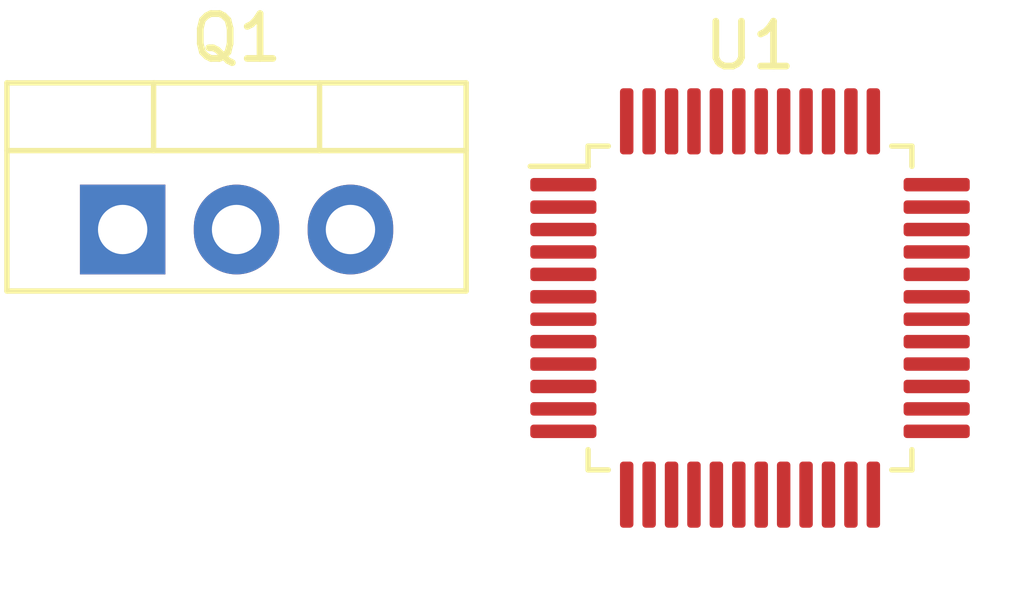
<source format=kicad_pcb>
(kicad_pcb (version 20171130) (host pcbnew 5.1.2-f72e74a~84~ubuntu18.04.1)

  (general
    (thickness 1.6)
    (drawings 0)
    (tracks 0)
    (zones 0)
    (modules 2)
    (nets 52)
  )

  (page A4)
  (layers
    (0 F.Cu signal)
    (31 B.Cu signal)
    (32 B.Adhes user)
    (33 F.Adhes user)
    (34 B.Paste user)
    (35 F.Paste user)
    (36 B.SilkS user)
    (37 F.SilkS user)
    (38 B.Mask user)
    (39 F.Mask user)
    (40 Dwgs.User user)
    (41 Cmts.User user)
    (42 Eco1.User user)
    (43 Eco2.User user)
    (44 Edge.Cuts user)
    (45 Margin user)
    (46 B.CrtYd user)
    (47 F.CrtYd user)
    (48 B.Fab user)
    (49 F.Fab user)
  )

  (setup
    (last_trace_width 0.25)
    (trace_clearance 0.2)
    (zone_clearance 0.508)
    (zone_45_only no)
    (trace_min 0.2)
    (via_size 0.8)
    (via_drill 0.4)
    (via_min_size 0.4)
    (via_min_drill 0.3)
    (uvia_size 0.3)
    (uvia_drill 0.1)
    (uvias_allowed no)
    (uvia_min_size 0.2)
    (uvia_min_drill 0.1)
    (edge_width 0.05)
    (segment_width 0.2)
    (pcb_text_width 0.3)
    (pcb_text_size 1.5 1.5)
    (mod_edge_width 0.12)
    (mod_text_size 1 1)
    (mod_text_width 0.15)
    (pad_size 1.524 1.524)
    (pad_drill 0.762)
    (pad_to_mask_clearance 0.051)
    (solder_mask_min_width 0.25)
    (aux_axis_origin 0 0)
    (visible_elements FFFFFF7F)
    (pcbplotparams
      (layerselection 0x010fc_ffffffff)
      (usegerberextensions false)
      (usegerberattributes false)
      (usegerberadvancedattributes false)
      (creategerberjobfile false)
      (excludeedgelayer true)
      (linewidth 0.100000)
      (plotframeref false)
      (viasonmask false)
      (mode 1)
      (useauxorigin false)
      (hpglpennumber 1)
      (hpglpenspeed 20)
      (hpglpendiameter 15.000000)
      (psnegative false)
      (psa4output false)
      (plotreference true)
      (plotvalue true)
      (plotinvisibletext false)
      (padsonsilk false)
      (subtractmaskfromsilk false)
      (outputformat 1)
      (mirror false)
      (drillshape 1)
      (scaleselection 1)
      (outputdirectory ""))
  )

  (net 0 "")
  (net 1 "Net-(Q1-Pad3)")
  (net 2 "Net-(Q1-Pad2)")
  (net 3 "Net-(Q1-Pad1)")
  (net 4 "Net-(U1-Pad48)")
  (net 5 "Net-(U1-Pad47)")
  (net 6 "Net-(U1-Pad46)")
  (net 7 "Net-(U1-Pad45)")
  (net 8 "Net-(U1-Pad44)")
  (net 9 UART_RX)
  (net 10 UART_TX)
  (net 11 "Net-(U1-Pad41)")
  (net 12 "Net-(U1-Pad40)")
  (net 13 "Net-(U1-Pad39)")
  (net 14 "Net-(U1-Pad38)")
  (net 15 SWCLK)
  (net 16 "Net-(U1-Pad36)")
  (net 17 "Net-(U1-Pad35)")
  (net 18 SWDIO)
  (net 19 "Net-(U1-Pad33)")
  (net 20 "Net-(U1-Pad32)")
  (net 21 "Net-(U1-Pad31)")
  (net 22 "Net-(U1-Pad30)")
  (net 23 "Net-(U1-Pad29)")
  (net 24 "Net-(U1-Pad28)")
  (net 25 "Net-(U1-Pad27)")
  (net 26 "Net-(U1-Pad26)")
  (net 27 "Net-(U1-Pad25)")
  (net 28 "Net-(U1-Pad24)")
  (net 29 "Net-(U1-Pad23)")
  (net 30 "Net-(U1-Pad22)")
  (net 31 "Net-(U1-Pad21)")
  (net 32 "Net-(U1-Pad20)")
  (net 33 "Net-(U1-Pad19)")
  (net 34 "Net-(U1-Pad18)")
  (net 35 "Net-(U1-Pad17)")
  (net 36 "Net-(U1-Pad16)")
  (net 37 "Net-(U1-Pad15)")
  (net 38 "Net-(U1-Pad14)")
  (net 39 "Net-(U1-Pad13)")
  (net 40 "Net-(U1-Pad12)")
  (net 41 "Net-(U1-Pad11)")
  (net 42 "Net-(U1-Pad10)")
  (net 43 "Net-(U1-Pad9)")
  (net 44 "Net-(U1-Pad8)")
  (net 45 "Net-(U1-Pad7)")
  (net 46 OSC8M_OUT)
  (net 47 OSC8M_IN)
  (net 48 OSC32_OUT)
  (net 49 OSC32_IN)
  (net 50 "Net-(U1-Pad2)")
  (net 51 "Net-(U1-Pad1)")

  (net_class Default "This is the default net class."
    (clearance 0.2)
    (trace_width 0.25)
    (via_dia 0.8)
    (via_drill 0.4)
    (uvia_dia 0.3)
    (uvia_drill 0.1)
    (add_net "Net-(Q1-Pad1)")
    (add_net "Net-(Q1-Pad2)")
    (add_net "Net-(Q1-Pad3)")
    (add_net "Net-(U1-Pad1)")
    (add_net "Net-(U1-Pad10)")
    (add_net "Net-(U1-Pad11)")
    (add_net "Net-(U1-Pad12)")
    (add_net "Net-(U1-Pad13)")
    (add_net "Net-(U1-Pad14)")
    (add_net "Net-(U1-Pad15)")
    (add_net "Net-(U1-Pad16)")
    (add_net "Net-(U1-Pad17)")
    (add_net "Net-(U1-Pad18)")
    (add_net "Net-(U1-Pad19)")
    (add_net "Net-(U1-Pad2)")
    (add_net "Net-(U1-Pad20)")
    (add_net "Net-(U1-Pad21)")
    (add_net "Net-(U1-Pad22)")
    (add_net "Net-(U1-Pad23)")
    (add_net "Net-(U1-Pad24)")
    (add_net "Net-(U1-Pad25)")
    (add_net "Net-(U1-Pad26)")
    (add_net "Net-(U1-Pad27)")
    (add_net "Net-(U1-Pad28)")
    (add_net "Net-(U1-Pad29)")
    (add_net "Net-(U1-Pad30)")
    (add_net "Net-(U1-Pad31)")
    (add_net "Net-(U1-Pad32)")
    (add_net "Net-(U1-Pad33)")
    (add_net "Net-(U1-Pad35)")
    (add_net "Net-(U1-Pad36)")
    (add_net "Net-(U1-Pad38)")
    (add_net "Net-(U1-Pad39)")
    (add_net "Net-(U1-Pad40)")
    (add_net "Net-(U1-Pad41)")
    (add_net "Net-(U1-Pad44)")
    (add_net "Net-(U1-Pad45)")
    (add_net "Net-(U1-Pad46)")
    (add_net "Net-(U1-Pad47)")
    (add_net "Net-(U1-Pad48)")
    (add_net "Net-(U1-Pad7)")
    (add_net "Net-(U1-Pad8)")
    (add_net "Net-(U1-Pad9)")
    (add_net OSC32_IN)
    (add_net OSC32_OUT)
    (add_net OSC8M_IN)
    (add_net OSC8M_OUT)
    (add_net SWCLK)
    (add_net SWDIO)
    (add_net UART_RX)
    (add_net UART_TX)
  )

  (module Package_QFP:LQFP-48_7x7mm_P0.5mm (layer F.Cu) (tedit 5C18330E) (tstamp 5D31BAC2)
    (at 127.02 39.85)
    (descr "LQFP, 48 Pin (https://www.analog.com/media/en/technical-documentation/data-sheets/ltc2358-16.pdf), generated with kicad-footprint-generator ipc_gullwing_generator.py")
    (tags "LQFP QFP")
    (path /5D31A3E7)
    (attr smd)
    (fp_text reference U1 (at 0 -5.85) (layer F.SilkS)
      (effects (font (size 1 1) (thickness 0.15)))
    )
    (fp_text value STM32F103C8Tx (at 0 5.85) (layer F.Fab)
      (effects (font (size 1 1) (thickness 0.15)))
    )
    (fp_text user %R (at 0 0) (layer F.Fab)
      (effects (font (size 1 1) (thickness 0.15)))
    )
    (fp_line (start 5.15 3.15) (end 5.15 0) (layer F.CrtYd) (width 0.05))
    (fp_line (start 3.75 3.15) (end 5.15 3.15) (layer F.CrtYd) (width 0.05))
    (fp_line (start 3.75 3.75) (end 3.75 3.15) (layer F.CrtYd) (width 0.05))
    (fp_line (start 3.15 3.75) (end 3.75 3.75) (layer F.CrtYd) (width 0.05))
    (fp_line (start 3.15 5.15) (end 3.15 3.75) (layer F.CrtYd) (width 0.05))
    (fp_line (start 0 5.15) (end 3.15 5.15) (layer F.CrtYd) (width 0.05))
    (fp_line (start -5.15 3.15) (end -5.15 0) (layer F.CrtYd) (width 0.05))
    (fp_line (start -3.75 3.15) (end -5.15 3.15) (layer F.CrtYd) (width 0.05))
    (fp_line (start -3.75 3.75) (end -3.75 3.15) (layer F.CrtYd) (width 0.05))
    (fp_line (start -3.15 3.75) (end -3.75 3.75) (layer F.CrtYd) (width 0.05))
    (fp_line (start -3.15 5.15) (end -3.15 3.75) (layer F.CrtYd) (width 0.05))
    (fp_line (start 0 5.15) (end -3.15 5.15) (layer F.CrtYd) (width 0.05))
    (fp_line (start 5.15 -3.15) (end 5.15 0) (layer F.CrtYd) (width 0.05))
    (fp_line (start 3.75 -3.15) (end 5.15 -3.15) (layer F.CrtYd) (width 0.05))
    (fp_line (start 3.75 -3.75) (end 3.75 -3.15) (layer F.CrtYd) (width 0.05))
    (fp_line (start 3.15 -3.75) (end 3.75 -3.75) (layer F.CrtYd) (width 0.05))
    (fp_line (start 3.15 -5.15) (end 3.15 -3.75) (layer F.CrtYd) (width 0.05))
    (fp_line (start 0 -5.15) (end 3.15 -5.15) (layer F.CrtYd) (width 0.05))
    (fp_line (start -5.15 -3.15) (end -5.15 0) (layer F.CrtYd) (width 0.05))
    (fp_line (start -3.75 -3.15) (end -5.15 -3.15) (layer F.CrtYd) (width 0.05))
    (fp_line (start -3.75 -3.75) (end -3.75 -3.15) (layer F.CrtYd) (width 0.05))
    (fp_line (start -3.15 -3.75) (end -3.75 -3.75) (layer F.CrtYd) (width 0.05))
    (fp_line (start -3.15 -5.15) (end -3.15 -3.75) (layer F.CrtYd) (width 0.05))
    (fp_line (start 0 -5.15) (end -3.15 -5.15) (layer F.CrtYd) (width 0.05))
    (fp_line (start -3.5 -2.5) (end -2.5 -3.5) (layer F.Fab) (width 0.1))
    (fp_line (start -3.5 3.5) (end -3.5 -2.5) (layer F.Fab) (width 0.1))
    (fp_line (start 3.5 3.5) (end -3.5 3.5) (layer F.Fab) (width 0.1))
    (fp_line (start 3.5 -3.5) (end 3.5 3.5) (layer F.Fab) (width 0.1))
    (fp_line (start -2.5 -3.5) (end 3.5 -3.5) (layer F.Fab) (width 0.1))
    (fp_line (start -3.61 -3.16) (end -4.9 -3.16) (layer F.SilkS) (width 0.12))
    (fp_line (start -3.61 -3.61) (end -3.61 -3.16) (layer F.SilkS) (width 0.12))
    (fp_line (start -3.16 -3.61) (end -3.61 -3.61) (layer F.SilkS) (width 0.12))
    (fp_line (start 3.61 -3.61) (end 3.61 -3.16) (layer F.SilkS) (width 0.12))
    (fp_line (start 3.16 -3.61) (end 3.61 -3.61) (layer F.SilkS) (width 0.12))
    (fp_line (start -3.61 3.61) (end -3.61 3.16) (layer F.SilkS) (width 0.12))
    (fp_line (start -3.16 3.61) (end -3.61 3.61) (layer F.SilkS) (width 0.12))
    (fp_line (start 3.61 3.61) (end 3.61 3.16) (layer F.SilkS) (width 0.12))
    (fp_line (start 3.16 3.61) (end 3.61 3.61) (layer F.SilkS) (width 0.12))
    (pad 48 smd roundrect (at -2.75 -4.1625) (size 0.3 1.475) (layers F.Cu F.Paste F.Mask) (roundrect_rratio 0.25)
      (net 4 "Net-(U1-Pad48)"))
    (pad 47 smd roundrect (at -2.25 -4.1625) (size 0.3 1.475) (layers F.Cu F.Paste F.Mask) (roundrect_rratio 0.25)
      (net 5 "Net-(U1-Pad47)"))
    (pad 46 smd roundrect (at -1.75 -4.1625) (size 0.3 1.475) (layers F.Cu F.Paste F.Mask) (roundrect_rratio 0.25)
      (net 6 "Net-(U1-Pad46)"))
    (pad 45 smd roundrect (at -1.25 -4.1625) (size 0.3 1.475) (layers F.Cu F.Paste F.Mask) (roundrect_rratio 0.25)
      (net 7 "Net-(U1-Pad45)"))
    (pad 44 smd roundrect (at -0.75 -4.1625) (size 0.3 1.475) (layers F.Cu F.Paste F.Mask) (roundrect_rratio 0.25)
      (net 8 "Net-(U1-Pad44)"))
    (pad 43 smd roundrect (at -0.25 -4.1625) (size 0.3 1.475) (layers F.Cu F.Paste F.Mask) (roundrect_rratio 0.25)
      (net 9 UART_RX))
    (pad 42 smd roundrect (at 0.25 -4.1625) (size 0.3 1.475) (layers F.Cu F.Paste F.Mask) (roundrect_rratio 0.25)
      (net 10 UART_TX))
    (pad 41 smd roundrect (at 0.75 -4.1625) (size 0.3 1.475) (layers F.Cu F.Paste F.Mask) (roundrect_rratio 0.25)
      (net 11 "Net-(U1-Pad41)"))
    (pad 40 smd roundrect (at 1.25 -4.1625) (size 0.3 1.475) (layers F.Cu F.Paste F.Mask) (roundrect_rratio 0.25)
      (net 12 "Net-(U1-Pad40)"))
    (pad 39 smd roundrect (at 1.75 -4.1625) (size 0.3 1.475) (layers F.Cu F.Paste F.Mask) (roundrect_rratio 0.25)
      (net 13 "Net-(U1-Pad39)"))
    (pad 38 smd roundrect (at 2.25 -4.1625) (size 0.3 1.475) (layers F.Cu F.Paste F.Mask) (roundrect_rratio 0.25)
      (net 14 "Net-(U1-Pad38)"))
    (pad 37 smd roundrect (at 2.75 -4.1625) (size 0.3 1.475) (layers F.Cu F.Paste F.Mask) (roundrect_rratio 0.25)
      (net 15 SWCLK))
    (pad 36 smd roundrect (at 4.1625 -2.75) (size 1.475 0.3) (layers F.Cu F.Paste F.Mask) (roundrect_rratio 0.25)
      (net 16 "Net-(U1-Pad36)"))
    (pad 35 smd roundrect (at 4.1625 -2.25) (size 1.475 0.3) (layers F.Cu F.Paste F.Mask) (roundrect_rratio 0.25)
      (net 17 "Net-(U1-Pad35)"))
    (pad 34 smd roundrect (at 4.1625 -1.75) (size 1.475 0.3) (layers F.Cu F.Paste F.Mask) (roundrect_rratio 0.25)
      (net 18 SWDIO))
    (pad 33 smd roundrect (at 4.1625 -1.25) (size 1.475 0.3) (layers F.Cu F.Paste F.Mask) (roundrect_rratio 0.25)
      (net 19 "Net-(U1-Pad33)"))
    (pad 32 smd roundrect (at 4.1625 -0.75) (size 1.475 0.3) (layers F.Cu F.Paste F.Mask) (roundrect_rratio 0.25)
      (net 20 "Net-(U1-Pad32)"))
    (pad 31 smd roundrect (at 4.1625 -0.25) (size 1.475 0.3) (layers F.Cu F.Paste F.Mask) (roundrect_rratio 0.25)
      (net 21 "Net-(U1-Pad31)"))
    (pad 30 smd roundrect (at 4.1625 0.25) (size 1.475 0.3) (layers F.Cu F.Paste F.Mask) (roundrect_rratio 0.25)
      (net 22 "Net-(U1-Pad30)"))
    (pad 29 smd roundrect (at 4.1625 0.75) (size 1.475 0.3) (layers F.Cu F.Paste F.Mask) (roundrect_rratio 0.25)
      (net 23 "Net-(U1-Pad29)"))
    (pad 28 smd roundrect (at 4.1625 1.25) (size 1.475 0.3) (layers F.Cu F.Paste F.Mask) (roundrect_rratio 0.25)
      (net 24 "Net-(U1-Pad28)"))
    (pad 27 smd roundrect (at 4.1625 1.75) (size 1.475 0.3) (layers F.Cu F.Paste F.Mask) (roundrect_rratio 0.25)
      (net 25 "Net-(U1-Pad27)"))
    (pad 26 smd roundrect (at 4.1625 2.25) (size 1.475 0.3) (layers F.Cu F.Paste F.Mask) (roundrect_rratio 0.25)
      (net 26 "Net-(U1-Pad26)"))
    (pad 25 smd roundrect (at 4.1625 2.75) (size 1.475 0.3) (layers F.Cu F.Paste F.Mask) (roundrect_rratio 0.25)
      (net 27 "Net-(U1-Pad25)"))
    (pad 24 smd roundrect (at 2.75 4.1625) (size 0.3 1.475) (layers F.Cu F.Paste F.Mask) (roundrect_rratio 0.25)
      (net 28 "Net-(U1-Pad24)"))
    (pad 23 smd roundrect (at 2.25 4.1625) (size 0.3 1.475) (layers F.Cu F.Paste F.Mask) (roundrect_rratio 0.25)
      (net 29 "Net-(U1-Pad23)"))
    (pad 22 smd roundrect (at 1.75 4.1625) (size 0.3 1.475) (layers F.Cu F.Paste F.Mask) (roundrect_rratio 0.25)
      (net 30 "Net-(U1-Pad22)"))
    (pad 21 smd roundrect (at 1.25 4.1625) (size 0.3 1.475) (layers F.Cu F.Paste F.Mask) (roundrect_rratio 0.25)
      (net 31 "Net-(U1-Pad21)"))
    (pad 20 smd roundrect (at 0.75 4.1625) (size 0.3 1.475) (layers F.Cu F.Paste F.Mask) (roundrect_rratio 0.25)
      (net 32 "Net-(U1-Pad20)"))
    (pad 19 smd roundrect (at 0.25 4.1625) (size 0.3 1.475) (layers F.Cu F.Paste F.Mask) (roundrect_rratio 0.25)
      (net 33 "Net-(U1-Pad19)"))
    (pad 18 smd roundrect (at -0.25 4.1625) (size 0.3 1.475) (layers F.Cu F.Paste F.Mask) (roundrect_rratio 0.25)
      (net 34 "Net-(U1-Pad18)"))
    (pad 17 smd roundrect (at -0.75 4.1625) (size 0.3 1.475) (layers F.Cu F.Paste F.Mask) (roundrect_rratio 0.25)
      (net 35 "Net-(U1-Pad17)"))
    (pad 16 smd roundrect (at -1.25 4.1625) (size 0.3 1.475) (layers F.Cu F.Paste F.Mask) (roundrect_rratio 0.25)
      (net 36 "Net-(U1-Pad16)"))
    (pad 15 smd roundrect (at -1.75 4.1625) (size 0.3 1.475) (layers F.Cu F.Paste F.Mask) (roundrect_rratio 0.25)
      (net 37 "Net-(U1-Pad15)"))
    (pad 14 smd roundrect (at -2.25 4.1625) (size 0.3 1.475) (layers F.Cu F.Paste F.Mask) (roundrect_rratio 0.25)
      (net 38 "Net-(U1-Pad14)"))
    (pad 13 smd roundrect (at -2.75 4.1625) (size 0.3 1.475) (layers F.Cu F.Paste F.Mask) (roundrect_rratio 0.25)
      (net 39 "Net-(U1-Pad13)"))
    (pad 12 smd roundrect (at -4.1625 2.75) (size 1.475 0.3) (layers F.Cu F.Paste F.Mask) (roundrect_rratio 0.25)
      (net 40 "Net-(U1-Pad12)"))
    (pad 11 smd roundrect (at -4.1625 2.25) (size 1.475 0.3) (layers F.Cu F.Paste F.Mask) (roundrect_rratio 0.25)
      (net 41 "Net-(U1-Pad11)"))
    (pad 10 smd roundrect (at -4.1625 1.75) (size 1.475 0.3) (layers F.Cu F.Paste F.Mask) (roundrect_rratio 0.25)
      (net 42 "Net-(U1-Pad10)"))
    (pad 9 smd roundrect (at -4.1625 1.25) (size 1.475 0.3) (layers F.Cu F.Paste F.Mask) (roundrect_rratio 0.25)
      (net 43 "Net-(U1-Pad9)"))
    (pad 8 smd roundrect (at -4.1625 0.75) (size 1.475 0.3) (layers F.Cu F.Paste F.Mask) (roundrect_rratio 0.25)
      (net 44 "Net-(U1-Pad8)"))
    (pad 7 smd roundrect (at -4.1625 0.25) (size 1.475 0.3) (layers F.Cu F.Paste F.Mask) (roundrect_rratio 0.25)
      (net 45 "Net-(U1-Pad7)"))
    (pad 6 smd roundrect (at -4.1625 -0.25) (size 1.475 0.3) (layers F.Cu F.Paste F.Mask) (roundrect_rratio 0.25)
      (net 46 OSC8M_OUT))
    (pad 5 smd roundrect (at -4.1625 -0.75) (size 1.475 0.3) (layers F.Cu F.Paste F.Mask) (roundrect_rratio 0.25)
      (net 47 OSC8M_IN))
    (pad 4 smd roundrect (at -4.1625 -1.25) (size 1.475 0.3) (layers F.Cu F.Paste F.Mask) (roundrect_rratio 0.25)
      (net 48 OSC32_OUT))
    (pad 3 smd roundrect (at -4.1625 -1.75) (size 1.475 0.3) (layers F.Cu F.Paste F.Mask) (roundrect_rratio 0.25)
      (net 49 OSC32_IN))
    (pad 2 smd roundrect (at -4.1625 -2.25) (size 1.475 0.3) (layers F.Cu F.Paste F.Mask) (roundrect_rratio 0.25)
      (net 50 "Net-(U1-Pad2)"))
    (pad 1 smd roundrect (at -4.1625 -2.75) (size 1.475 0.3) (layers F.Cu F.Paste F.Mask) (roundrect_rratio 0.25)
      (net 51 "Net-(U1-Pad1)"))
    (model ${KISYS3DMOD}/Package_QFP.3dshapes/LQFP-48_7x7mm_P0.5mm.wrl
      (at (xyz 0 0 0))
      (scale (xyz 1 1 1))
      (rotate (xyz 0 0 0))
    )
  )

  (module Package_TO_SOT_THT:TO-220-3_Vertical (layer F.Cu) (tedit 5AC8BA0D) (tstamp 5D31BA67)
    (at 113.03 38.1)
    (descr "TO-220-3, Vertical, RM 2.54mm, see https://www.vishay.com/docs/66542/to-220-1.pdf")
    (tags "TO-220-3 Vertical RM 2.54mm")
    (path /5D31BB99)
    (fp_text reference Q1 (at 2.54 -4.27) (layer F.SilkS)
      (effects (font (size 1 1) (thickness 0.15)))
    )
    (fp_text value IRF2204 (at 2.54 2.5) (layer F.Fab)
      (effects (font (size 1 1) (thickness 0.15)))
    )
    (fp_text user %R (at 2.54 -4.27) (layer F.Fab)
      (effects (font (size 1 1) (thickness 0.15)))
    )
    (fp_line (start 7.79 -3.4) (end -2.71 -3.4) (layer F.CrtYd) (width 0.05))
    (fp_line (start 7.79 1.51) (end 7.79 -3.4) (layer F.CrtYd) (width 0.05))
    (fp_line (start -2.71 1.51) (end 7.79 1.51) (layer F.CrtYd) (width 0.05))
    (fp_line (start -2.71 -3.4) (end -2.71 1.51) (layer F.CrtYd) (width 0.05))
    (fp_line (start 4.391 -3.27) (end 4.391 -1.76) (layer F.SilkS) (width 0.12))
    (fp_line (start 0.69 -3.27) (end 0.69 -1.76) (layer F.SilkS) (width 0.12))
    (fp_line (start -2.58 -1.76) (end 7.66 -1.76) (layer F.SilkS) (width 0.12))
    (fp_line (start 7.66 -3.27) (end 7.66 1.371) (layer F.SilkS) (width 0.12))
    (fp_line (start -2.58 -3.27) (end -2.58 1.371) (layer F.SilkS) (width 0.12))
    (fp_line (start -2.58 1.371) (end 7.66 1.371) (layer F.SilkS) (width 0.12))
    (fp_line (start -2.58 -3.27) (end 7.66 -3.27) (layer F.SilkS) (width 0.12))
    (fp_line (start 4.39 -3.15) (end 4.39 -1.88) (layer F.Fab) (width 0.1))
    (fp_line (start 0.69 -3.15) (end 0.69 -1.88) (layer F.Fab) (width 0.1))
    (fp_line (start -2.46 -1.88) (end 7.54 -1.88) (layer F.Fab) (width 0.1))
    (fp_line (start 7.54 -3.15) (end -2.46 -3.15) (layer F.Fab) (width 0.1))
    (fp_line (start 7.54 1.25) (end 7.54 -3.15) (layer F.Fab) (width 0.1))
    (fp_line (start -2.46 1.25) (end 7.54 1.25) (layer F.Fab) (width 0.1))
    (fp_line (start -2.46 -3.15) (end -2.46 1.25) (layer F.Fab) (width 0.1))
    (pad 3 thru_hole oval (at 5.08 0) (size 1.905 2) (drill 1.1) (layers *.Cu *.Mask)
      (net 1 "Net-(Q1-Pad3)"))
    (pad 2 thru_hole oval (at 2.54 0) (size 1.905 2) (drill 1.1) (layers *.Cu *.Mask)
      (net 2 "Net-(Q1-Pad2)"))
    (pad 1 thru_hole rect (at 0 0) (size 1.905 2) (drill 1.1) (layers *.Cu *.Mask)
      (net 3 "Net-(Q1-Pad1)"))
    (model ${KISYS3DMOD}/Package_TO_SOT_THT.3dshapes/TO-220-3_Vertical.wrl
      (at (xyz 0 0 0))
      (scale (xyz 1 1 1))
      (rotate (xyz 0 0 0))
    )
  )

)

</source>
